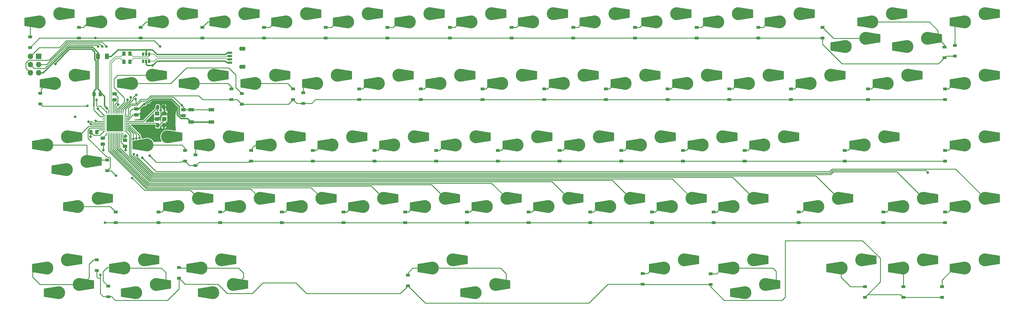
<source format=gbl>
G04 #@! TF.GenerationSoftware,KiCad,Pcbnew,(6.0.0-0)*
G04 #@! TF.CreationDate,2022-04-29T22:29:47-07:00*
G04 #@! TF.ProjectId,bakeneko-65-pcb,62616b65-6e65-46b6-9f2d-36352d706362,rev?*
G04 #@! TF.SameCoordinates,Original*
G04 #@! TF.FileFunction,Copper,L2,Bot*
G04 #@! TF.FilePolarity,Positive*
%FSLAX46Y46*%
G04 Gerber Fmt 4.6, Leading zero omitted, Abs format (unit mm)*
G04 Created by KiCad (PCBNEW (6.0.0-0)) date 2022-04-29 22:29:47*
%MOMM*%
%LPD*%
G01*
G04 APERTURE LIST*
G04 Aperture macros list*
%AMRoundRect*
0 Rectangle with rounded corners*
0 $1 Rounding radius*
0 $2 $3 $4 $5 $6 $7 $8 $9 X,Y pos of 4 corners*
0 Add a 4 corners polygon primitive as box body*
4,1,4,$2,$3,$4,$5,$6,$7,$8,$9,$2,$3,0*
0 Add four circle primitives for the rounded corners*
1,1,$1+$1,$2,$3*
1,1,$1+$1,$4,$5*
1,1,$1+$1,$6,$7*
1,1,$1+$1,$8,$9*
0 Add four rect primitives between the rounded corners*
20,1,$1+$1,$2,$3,$4,$5,0*
20,1,$1+$1,$4,$5,$6,$7,0*
20,1,$1+$1,$6,$7,$8,$9,0*
20,1,$1+$1,$8,$9,$2,$3,0*%
%AMFreePoly0*
4,1,35,3.289304,1.974475,3.304361,1.970871,3.306528,1.967340,3.310355,1.965755,3.316280,1.951452,3.324379,1.938256,3.323415,1.934227,3.325000,1.930400,3.325000,-1.930400,3.323415,-1.934227,3.324379,-1.938256,3.316280,-1.951452,3.310355,-1.965755,3.306528,-1.967340,3.304361,-1.970871,3.289304,-1.974475,3.275000,-1.980400,3.271173,-1.978815,3.267144,-1.979779,-1.203256,-1.268579,
-1.216452,-1.260480,-1.230755,-1.254555,-1.232340,-1.250728,-1.233526,-1.250000,-1.275000,-1.250000,-1.275000,1.250000,-1.233526,1.250000,-1.232340,1.250728,-1.230755,1.254555,-1.216452,1.260480,-1.203256,1.268579,3.267144,1.979779,3.271173,1.978815,3.275000,1.980400,3.289304,1.974475,3.289304,1.974475,$1*%
%AMFreePoly1*
4,1,35,-3.247373,1.978815,-3.243344,1.979779,1.227056,1.268579,1.240251,1.260480,1.254555,1.254555,1.256141,1.250727,1.257325,1.250000,1.275000,1.250000,1.275000,-1.250000,1.257325,-1.250000,1.256141,-1.250727,1.254555,-1.254555,1.240251,-1.260480,1.227056,-1.268579,-3.243344,-1.979779,-3.247373,-1.978815,-3.251200,-1.980400,-3.265504,-1.974475,-3.280561,-1.970871,-3.282728,-1.967340,
-3.286555,-1.965755,-3.292480,-1.951452,-3.300579,-1.938256,-3.299615,-1.934227,-3.301200,-1.930400,-3.301200,1.930400,-3.299615,1.934227,-3.300579,1.938256,-3.292480,1.951452,-3.286555,1.965755,-3.282728,1.967340,-3.280561,1.970871,-3.265504,1.974475,-3.251200,1.980400,-3.247373,1.978815,-3.247373,1.978815,$1*%
G04 Aperture macros list end*
G04 #@! TA.AperFunction,SMDPad,CuDef*
%ADD10RoundRect,0.250000X-0.375000X-0.625000X0.375000X-0.625000X0.375000X0.625000X-0.375000X0.625000X0*%
G04 #@! TD*
G04 #@! TA.AperFunction,SMDPad,CuDef*
%ADD11RoundRect,0.150000X-0.625000X0.150000X-0.625000X-0.150000X0.625000X-0.150000X0.625000X0.150000X0*%
G04 #@! TD*
G04 #@! TA.AperFunction,SMDPad,CuDef*
%ADD12RoundRect,0.250000X-0.650000X0.350000X-0.650000X-0.350000X0.650000X-0.350000X0.650000X0.350000X0*%
G04 #@! TD*
G04 #@! TA.AperFunction,ComponentPad*
%ADD13O,1.700000X1.700000*%
G04 #@! TD*
G04 #@! TA.AperFunction,ComponentPad*
%ADD14R,1.700000X1.700000*%
G04 #@! TD*
G04 #@! TA.AperFunction,SMDPad,CuDef*
%ADD15RoundRect,0.243750X-0.243750X-0.456250X0.243750X-0.456250X0.243750X0.456250X-0.243750X0.456250X0*%
G04 #@! TD*
G04 #@! TA.AperFunction,SMDPad,CuDef*
%ADD16R,1.700000X1.000000*%
G04 #@! TD*
G04 #@! TA.AperFunction,SMDPad,CuDef*
%ADD17RoundRect,0.243750X0.243750X0.456250X-0.243750X0.456250X-0.243750X-0.456250X0.243750X-0.456250X0*%
G04 #@! TD*
G04 #@! TA.AperFunction,SMDPad,CuDef*
%ADD18RoundRect,0.243750X0.456250X-0.243750X0.456250X0.243750X-0.456250X0.243750X-0.456250X-0.243750X0*%
G04 #@! TD*
G04 #@! TA.AperFunction,SMDPad,CuDef*
%ADD19RoundRect,0.062500X-0.062500X0.475000X-0.062500X-0.475000X0.062500X-0.475000X0.062500X0.475000X0*%
G04 #@! TD*
G04 #@! TA.AperFunction,SMDPad,CuDef*
%ADD20RoundRect,0.062500X-0.475000X0.062500X-0.475000X-0.062500X0.475000X-0.062500X0.475000X0.062500X0*%
G04 #@! TD*
G04 #@! TA.AperFunction,SMDPad,CuDef*
%ADD21R,5.200000X5.200000*%
G04 #@! TD*
G04 #@! TA.AperFunction,SMDPad,CuDef*
%ADD22R,1.400000X1.200000*%
G04 #@! TD*
G04 #@! TA.AperFunction,SMDPad,CuDef*
%ADD23RoundRect,0.243750X-0.456250X0.243750X-0.456250X-0.243750X0.456250X-0.243750X0.456250X0.243750X0*%
G04 #@! TD*
G04 #@! TA.AperFunction,SMDPad,CuDef*
%ADD24R,1.200000X0.900000*%
G04 #@! TD*
G04 #@! TA.AperFunction,ComponentPad*
%ADD25C,4.000000*%
G04 #@! TD*
G04 #@! TA.AperFunction,SMDPad,CuDef*
%ADD26FreePoly0,0.000000*%
G04 #@! TD*
G04 #@! TA.AperFunction,SMDPad,CuDef*
%ADD27FreePoly1,0.000000*%
G04 #@! TD*
G04 #@! TA.AperFunction,SMDPad,CuDef*
%ADD28FreePoly0,180.000000*%
G04 #@! TD*
G04 #@! TA.AperFunction,SMDPad,CuDef*
%ADD29FreePoly1,180.000000*%
G04 #@! TD*
G04 #@! TA.AperFunction,SMDPad,CuDef*
%ADD30R,0.650000X1.060000*%
G04 #@! TD*
G04 #@! TA.AperFunction,ViaPad*
%ADD31C,0.800000*%
G04 #@! TD*
G04 #@! TA.AperFunction,Conductor*
%ADD32C,0.381000*%
G04 #@! TD*
G04 #@! TA.AperFunction,Conductor*
%ADD33C,0.250000*%
G04 #@! TD*
G04 #@! TA.AperFunction,Conductor*
%ADD34C,0.200000*%
G04 #@! TD*
G04 APERTURE END LIST*
D10*
X23310000Y-17120000D03*
X26110000Y-17120000D03*
D11*
X64050000Y-16003750D03*
X64050000Y-17003750D03*
X64050000Y-18003750D03*
X64050000Y-19003750D03*
D12*
X67925000Y-20303750D03*
X67925000Y-14703750D03*
D13*
X2535000Y-22155000D03*
X5075000Y-22155000D03*
X2535000Y-19615000D03*
X5075000Y-19615000D03*
X2535000Y-17075000D03*
D14*
X5075000Y-17075000D03*
D15*
X31402500Y-18753750D03*
X33277500Y-18753750D03*
X31402500Y-16253750D03*
X33277500Y-16253750D03*
D16*
X58393750Y-37385000D03*
X52093750Y-37385000D03*
X58393750Y-33585000D03*
X52093750Y-33585000D03*
D17*
X43697500Y-32860000D03*
X41822500Y-32860000D03*
X24061250Y-28750000D03*
X22186250Y-28750000D03*
D18*
X31700000Y-44937500D03*
X31700000Y-43062500D03*
D19*
X26053750Y-34421250D03*
X26553750Y-34421250D03*
X27053750Y-34421250D03*
X27553750Y-34421250D03*
X28053750Y-34421250D03*
X28553750Y-34421250D03*
X29053750Y-34421250D03*
X29553750Y-34421250D03*
X30053750Y-34421250D03*
X30553750Y-34421250D03*
X31053750Y-34421250D03*
D20*
X31891250Y-35258750D03*
X31891250Y-35758750D03*
X31891250Y-36258750D03*
X31891250Y-36758750D03*
X31891250Y-37258750D03*
X31891250Y-37758750D03*
X31891250Y-38258750D03*
X31891250Y-38758750D03*
X31891250Y-39258750D03*
X31891250Y-39758750D03*
X31891250Y-40258750D03*
D19*
X31053750Y-41096250D03*
X30553750Y-41096250D03*
X30053750Y-41096250D03*
X29553750Y-41096250D03*
X29053750Y-41096250D03*
X28553750Y-41096250D03*
X28053750Y-41096250D03*
X27553750Y-41096250D03*
X27053750Y-41096250D03*
X26553750Y-41096250D03*
X26053750Y-41096250D03*
D20*
X25216250Y-40258750D03*
X25216250Y-39758750D03*
X25216250Y-39258750D03*
X25216250Y-38758750D03*
X25216250Y-38258750D03*
X25216250Y-37758750D03*
X25216250Y-37258750D03*
X25216250Y-36758750D03*
X25216250Y-36258750D03*
X25216250Y-35758750D03*
X25216250Y-35258750D03*
D21*
X28553750Y-37758750D03*
D22*
X43860000Y-36510000D03*
X41660000Y-36510000D03*
X41660000Y-34810000D03*
X43860000Y-34810000D03*
D23*
X35150000Y-33312500D03*
X35150000Y-35187500D03*
X49710000Y-33582500D03*
X49710000Y-35457500D03*
D24*
X2381250Y-14350000D03*
X2381250Y-11050000D03*
X17462500Y-11450000D03*
X17462500Y-8150000D03*
X36512500Y-11443750D03*
X36512500Y-8143750D03*
X55562500Y-11443750D03*
X55562500Y-8143750D03*
X74612500Y-11443750D03*
X74612500Y-8143750D03*
X93662500Y-11443750D03*
X93662500Y-8143750D03*
X112712500Y-11443750D03*
X112712500Y-8143750D03*
X132031250Y-11443750D03*
X132031250Y-8143750D03*
X151081250Y-11443750D03*
X151081250Y-8143750D03*
X170131250Y-11443750D03*
X170131250Y-8143750D03*
X189181250Y-11443750D03*
X189181250Y-8143750D03*
X208231250Y-11443750D03*
X208231250Y-8143750D03*
X247125000Y-11443750D03*
X247125000Y-8143750D03*
X284797500Y-17525000D03*
X284797500Y-14225000D03*
X287972500Y-17048750D03*
X287972500Y-13748750D03*
X5556250Y-31812500D03*
X5556250Y-28512500D03*
X67750000Y-31900000D03*
X67750000Y-28600000D03*
X64562500Y-30493750D03*
X64562500Y-27193750D03*
X83612500Y-30493750D03*
X83612500Y-27193750D03*
X86750000Y-31650000D03*
X86750000Y-28350000D03*
X103981250Y-30493750D03*
X103981250Y-27193750D03*
X123031250Y-30493750D03*
X123031250Y-27193750D03*
X142081250Y-30493750D03*
X142081250Y-27193750D03*
X161131250Y-30493750D03*
X161131250Y-27193750D03*
X180181250Y-30493750D03*
X180181250Y-27193750D03*
X199231250Y-30493750D03*
X199231250Y-27193750D03*
X218281250Y-30493750D03*
X218281250Y-27193750D03*
X237331250Y-30493750D03*
X237331250Y-27193750D03*
X261143750Y-30493750D03*
X261143750Y-27193750D03*
X284956250Y-30493750D03*
X284956250Y-27193750D03*
X26193750Y-52450000D03*
X26193750Y-49150000D03*
X50275000Y-49543750D03*
X50275000Y-46243750D03*
X53450000Y-50900000D03*
X53450000Y-47600000D03*
X70643750Y-49543750D03*
X70643750Y-46243750D03*
X108743750Y-49543750D03*
X108743750Y-46243750D03*
X127793750Y-49543750D03*
X127793750Y-46243750D03*
X146843750Y-49543750D03*
X146843750Y-46243750D03*
X165893750Y-49543750D03*
X165893750Y-46243750D03*
X184943750Y-49543750D03*
X184943750Y-46243750D03*
X203993750Y-49543750D03*
X203993750Y-46243750D03*
X223043750Y-49543750D03*
X223043750Y-46243750D03*
X254000000Y-49543750D03*
X254000000Y-46243750D03*
X284956250Y-49543750D03*
X284956250Y-46243750D03*
X28843750Y-68593750D03*
X28843750Y-65293750D03*
X42068750Y-68593750D03*
X42068750Y-65293750D03*
X61118750Y-68593750D03*
X61118750Y-65293750D03*
X80168750Y-68593750D03*
X80168750Y-65293750D03*
X99218750Y-68593750D03*
X99218750Y-65293750D03*
X118268750Y-68593750D03*
X118268750Y-65293750D03*
X137318750Y-68593750D03*
X137318750Y-65293750D03*
X156368750Y-68593750D03*
X156368750Y-65293750D03*
X175418750Y-68593750D03*
X175418750Y-65293750D03*
X194468750Y-68593750D03*
X194468750Y-65293750D03*
X213518750Y-68593750D03*
X213518750Y-65293750D03*
X239712500Y-68593750D03*
X239712500Y-65293750D03*
X265906250Y-68593750D03*
X265906250Y-65293750D03*
X284956250Y-68593750D03*
X284956250Y-65293750D03*
X23018750Y-83406250D03*
X23018750Y-80106250D03*
X26540000Y-91530000D03*
X26540000Y-88230000D03*
X48418750Y-85787500D03*
X48418750Y-82487500D03*
X119062500Y-88168750D03*
X119062500Y-84868750D03*
X212566250Y-87692500D03*
X212566250Y-84392500D03*
X260191250Y-91661250D03*
X260191250Y-88361250D03*
X272097500Y-91661250D03*
X272097500Y-88361250D03*
X284003750Y-91661250D03*
X284003750Y-88361250D03*
D25*
X5190000Y-6460000D03*
D26*
X1915000Y-6460000D03*
D25*
X11540000Y-3920000D03*
D27*
X14841000Y-3920000D03*
D25*
X24240000Y-6460000D03*
D26*
X20965000Y-6460000D03*
D27*
X33891000Y-3920000D03*
D25*
X30590000Y-3920000D03*
X43290000Y-6460000D03*
D26*
X40015000Y-6460000D03*
D25*
X49640000Y-3920000D03*
D27*
X52941000Y-3920000D03*
D25*
X62340000Y-6460000D03*
D26*
X59065000Y-6460000D03*
D25*
X68690000Y-3920000D03*
D27*
X71991000Y-3920000D03*
D26*
X78115000Y-6460000D03*
D25*
X81390000Y-6460000D03*
D27*
X91041000Y-3920000D03*
D25*
X87740000Y-3920000D03*
D26*
X97165000Y-6460000D03*
D25*
X100440000Y-6460000D03*
X106790000Y-3920000D03*
D27*
X110091000Y-3920000D03*
D25*
X119490000Y-6460000D03*
D26*
X116215000Y-6460000D03*
D25*
X125840000Y-3920000D03*
D27*
X129141000Y-3920000D03*
D26*
X154315000Y-6460000D03*
D25*
X157590000Y-6460000D03*
D27*
X167241000Y-3920000D03*
D25*
X163940000Y-3920000D03*
X176640000Y-6460000D03*
D26*
X173365000Y-6460000D03*
D25*
X182990000Y-3920000D03*
D27*
X186291000Y-3920000D03*
D26*
X192415000Y-6460000D03*
D25*
X195690000Y-6460000D03*
X202040000Y-3920000D03*
D27*
X205341000Y-3920000D03*
D26*
X211465000Y-6460000D03*
D25*
X214740000Y-6460000D03*
D27*
X224391000Y-3920000D03*
D25*
X221090000Y-3920000D03*
D26*
X230515000Y-6460000D03*
D25*
X233790000Y-6460000D03*
X240140000Y-3920000D03*
D27*
X243441000Y-3920000D03*
D25*
X260460000Y-11540000D03*
D28*
X263735000Y-11540000D03*
D29*
X250809000Y-14080000D03*
D25*
X254110000Y-14080000D03*
X262365000Y-6460000D03*
D26*
X259090000Y-6460000D03*
D25*
X268715000Y-3920000D03*
D27*
X272016000Y-3920000D03*
D25*
X9952500Y-25510000D03*
D26*
X6677500Y-25510000D03*
D27*
X19603500Y-22970000D03*
D25*
X16302500Y-22970000D03*
X33765000Y-25510000D03*
D26*
X30490000Y-25510000D03*
D25*
X40115000Y-22970000D03*
D27*
X43416000Y-22970000D03*
D26*
X49540000Y-25510000D03*
D25*
X52815000Y-25510000D03*
D27*
X62466000Y-22970000D03*
D25*
X59165000Y-22970000D03*
D26*
X68590000Y-25510000D03*
D25*
X71865000Y-25510000D03*
X78215000Y-22970000D03*
D27*
X81516000Y-22970000D03*
D25*
X90915000Y-25510000D03*
D26*
X87640000Y-25510000D03*
D27*
X100566000Y-22970000D03*
D25*
X97265000Y-22970000D03*
X109965000Y-25510000D03*
D26*
X106690000Y-25510000D03*
D27*
X119616000Y-22970000D03*
D25*
X116315000Y-22970000D03*
X129015000Y-25510000D03*
D26*
X125740000Y-25510000D03*
D25*
X135365000Y-22970000D03*
D27*
X138666000Y-22970000D03*
D26*
X144790000Y-25510000D03*
D25*
X148065000Y-25510000D03*
X154415000Y-22970000D03*
D27*
X157716000Y-22970000D03*
D25*
X167115000Y-25510000D03*
D26*
X163840000Y-25510000D03*
D27*
X176766000Y-22970000D03*
D25*
X173465000Y-22970000D03*
D26*
X182890000Y-25510000D03*
D25*
X186165000Y-25510000D03*
X192515000Y-22970000D03*
D27*
X195816000Y-22970000D03*
D26*
X201940000Y-25510000D03*
D25*
X205215000Y-25510000D03*
D27*
X214866000Y-22970000D03*
D25*
X211565000Y-22970000D03*
D26*
X220990000Y-25510000D03*
D25*
X224265000Y-25510000D03*
D27*
X233916000Y-22970000D03*
D25*
X230615000Y-22970000D03*
X243315000Y-25510000D03*
D26*
X240040000Y-25510000D03*
D25*
X249665000Y-22970000D03*
D27*
X252966000Y-22970000D03*
D25*
X267127500Y-25510000D03*
D26*
X263852500Y-25510000D03*
D27*
X276778500Y-22970000D03*
D25*
X273477500Y-22970000D03*
D26*
X287665000Y-25510000D03*
D25*
X290940000Y-25510000D03*
D27*
X300591000Y-22970000D03*
D25*
X297290000Y-22970000D03*
D26*
X4296250Y-44560000D03*
D25*
X7571250Y-44560000D03*
D27*
X17222250Y-42020000D03*
D25*
X13921250Y-42020000D03*
X19953750Y-49640000D03*
D28*
X23228750Y-49640000D03*
D25*
X13603750Y-52180000D03*
D29*
X10302750Y-52180000D03*
D26*
X35252500Y-44560000D03*
D25*
X38527500Y-44560000D03*
D27*
X48178500Y-42020000D03*
D25*
X44877500Y-42020000D03*
X57577500Y-44560000D03*
D26*
X54302500Y-44560000D03*
D27*
X67228500Y-42020000D03*
D25*
X63927500Y-42020000D03*
D26*
X73352500Y-44560000D03*
D25*
X76627500Y-44560000D03*
X82977500Y-42020000D03*
D27*
X86278500Y-42020000D03*
D25*
X95677500Y-44560000D03*
D26*
X92402500Y-44560000D03*
D27*
X105328500Y-42020000D03*
D25*
X102027500Y-42020000D03*
X114727500Y-44560000D03*
D26*
X111452500Y-44560000D03*
D25*
X121077500Y-42020000D03*
D27*
X124378500Y-42020000D03*
D26*
X130502500Y-44560000D03*
D25*
X133777500Y-44560000D03*
D27*
X143428500Y-42020000D03*
D25*
X140127500Y-42020000D03*
X152827500Y-44560000D03*
D26*
X149552500Y-44560000D03*
D27*
X162478500Y-42020000D03*
D25*
X159177500Y-42020000D03*
X171877500Y-44560000D03*
D26*
X168602500Y-44560000D03*
D27*
X181528500Y-42020000D03*
D25*
X178227500Y-42020000D03*
D26*
X187652500Y-44560000D03*
D25*
X190927500Y-44560000D03*
X197277500Y-42020000D03*
D27*
X200578500Y-42020000D03*
D25*
X209977500Y-44560000D03*
D26*
X206702500Y-44560000D03*
D27*
X219628500Y-42020000D03*
D25*
X216327500Y-42020000D03*
X229027500Y-44560000D03*
D26*
X225752500Y-44560000D03*
D25*
X235377500Y-42020000D03*
D27*
X238678500Y-42020000D03*
D26*
X256708750Y-44560000D03*
D25*
X259983750Y-44560000D03*
D27*
X269634750Y-42020000D03*
D25*
X266333750Y-42020000D03*
X290940000Y-44560000D03*
D26*
X287665000Y-44560000D03*
D27*
X300591000Y-42020000D03*
D25*
X297290000Y-42020000D03*
D26*
X13821250Y-63610000D03*
D25*
X17096250Y-63610000D03*
D27*
X26747250Y-61070000D03*
D25*
X23446250Y-61070000D03*
D26*
X44777500Y-63610000D03*
D25*
X48052500Y-63610000D03*
X54402500Y-61070000D03*
D27*
X57703500Y-61070000D03*
D25*
X67102500Y-63610000D03*
D26*
X63827500Y-63610000D03*
D27*
X76753500Y-61070000D03*
D25*
X73452500Y-61070000D03*
X86152500Y-63610000D03*
D26*
X82877500Y-63610000D03*
D27*
X95803500Y-61070000D03*
D25*
X92502500Y-61070000D03*
D26*
X101927500Y-63610000D03*
D25*
X105202500Y-63610000D03*
X111552500Y-61070000D03*
D27*
X114853500Y-61070000D03*
D26*
X120977500Y-63610000D03*
D25*
X124252500Y-63610000D03*
X130602500Y-61070000D03*
D27*
X133903500Y-61070000D03*
D25*
X143302500Y-63610000D03*
D26*
X140027500Y-63610000D03*
D25*
X149652500Y-61070000D03*
D27*
X152953500Y-61070000D03*
D25*
X162352500Y-63610000D03*
D26*
X159077500Y-63610000D03*
D25*
X168702500Y-61070000D03*
D27*
X172003500Y-61070000D03*
D25*
X181402500Y-63610000D03*
D26*
X178127500Y-63610000D03*
D27*
X191053500Y-61070000D03*
D25*
X187752500Y-61070000D03*
X200452500Y-63610000D03*
D26*
X197177500Y-63610000D03*
D27*
X210103500Y-61070000D03*
D25*
X206802500Y-61070000D03*
D26*
X216227500Y-63610000D03*
D25*
X219502500Y-63610000D03*
X225852500Y-61070000D03*
D27*
X229153500Y-61070000D03*
D26*
X242421250Y-63610000D03*
D25*
X245696250Y-63610000D03*
X252046250Y-61070000D03*
D27*
X255347250Y-61070000D03*
D25*
X271890000Y-63610000D03*
D26*
X268615000Y-63610000D03*
D27*
X281541000Y-61070000D03*
D25*
X278240000Y-61070000D03*
X290940000Y-63610000D03*
D26*
X287665000Y-63610000D03*
D25*
X297290000Y-61070000D03*
D27*
X300591000Y-61070000D03*
D28*
X20847500Y-87740000D03*
D25*
X17572500Y-87740000D03*
D29*
X7921500Y-90280000D03*
D25*
X11222500Y-90280000D03*
D28*
X44660000Y-87740000D03*
D25*
X41385000Y-87740000D03*
X35035000Y-90280000D03*
D29*
X31734000Y-90280000D03*
D25*
X65197500Y-87740000D03*
D28*
X68472500Y-87740000D03*
D25*
X58847500Y-90280000D03*
D29*
X55546500Y-90280000D03*
D25*
X198071250Y-82660000D03*
D26*
X194796250Y-82660000D03*
D27*
X207722250Y-80120000D03*
D25*
X204421250Y-80120000D03*
D26*
X216227500Y-82660000D03*
D25*
X219502500Y-82660000D03*
D27*
X229153500Y-80120000D03*
D25*
X225852500Y-80120000D03*
D26*
X249565000Y-82660000D03*
D25*
X252840000Y-82660000D03*
D27*
X262491000Y-80120000D03*
D25*
X259190000Y-80120000D03*
D26*
X268615000Y-82660000D03*
D25*
X271890000Y-82660000D03*
X278240000Y-80120000D03*
D27*
X281541000Y-80120000D03*
D26*
X287665000Y-82660000D03*
D25*
X290940000Y-82660000D03*
X297290000Y-80120000D03*
D27*
X300591000Y-80120000D03*
D28*
X232778750Y-87740000D03*
D25*
X229503750Y-87740000D03*
X223153750Y-90280000D03*
D29*
X219852750Y-90280000D03*
D25*
X146160000Y-87740000D03*
D28*
X149435000Y-87740000D03*
D25*
X139810000Y-90280000D03*
D29*
X136509000Y-90280000D03*
D25*
X138540000Y-6460000D03*
D26*
X135265000Y-6460000D03*
D25*
X144890000Y-3920000D03*
D27*
X148191000Y-3920000D03*
D24*
X227281250Y-11443750D03*
X227281250Y-8143750D03*
D23*
X28500000Y-28662500D03*
X28500000Y-30537500D03*
D17*
X43697500Y-38460000D03*
X41822500Y-38460000D03*
D18*
X24850000Y-44287500D03*
X24850000Y-42412500D03*
D24*
X89693750Y-49543750D03*
X89693750Y-46243750D03*
X191562500Y-87643750D03*
X191562500Y-84343750D03*
D15*
X21112500Y-40550000D03*
X22987500Y-40550000D03*
D25*
X290940000Y-6460000D03*
D26*
X287665000Y-6460000D03*
D27*
X300591000Y-3920000D03*
D25*
X297290000Y-3920000D03*
X279510000Y-11540000D03*
D28*
X282785000Y-11540000D03*
D25*
X273160000Y-14080000D03*
D29*
X269859000Y-14080000D03*
D26*
X4296250Y-82660000D03*
D25*
X7571250Y-82660000D03*
X13921250Y-80120000D03*
D27*
X17222250Y-80120000D03*
D26*
X28108750Y-82660000D03*
D25*
X31383750Y-82660000D03*
D27*
X41034750Y-80120000D03*
D25*
X37733750Y-80120000D03*
X55196250Y-82660000D03*
D26*
X51921250Y-82660000D03*
D25*
X61546250Y-80120000D03*
D27*
X64847250Y-80120000D03*
D25*
X126633750Y-82660000D03*
D26*
X123358750Y-82660000D03*
D27*
X136284750Y-80120000D03*
D25*
X132983750Y-80120000D03*
D30*
X39173750Y-18603750D03*
X38223750Y-18603750D03*
X37273750Y-18603750D03*
X37273750Y-16403750D03*
X38223750Y-16403750D03*
X39173750Y-16403750D03*
D31*
X40277500Y-19880000D03*
X10251485Y-19431484D03*
X40375844Y-31079905D03*
X25050000Y-46150000D03*
X31750000Y-41800000D03*
X22603750Y-11443750D03*
X22893750Y-30565000D03*
X34900000Y-30310000D03*
X20100000Y-32460000D03*
X28943750Y-53970000D03*
X39300000Y-47800000D03*
X25550000Y-68550000D03*
X20428615Y-37288615D03*
X24087500Y-84737500D03*
X21153115Y-38034250D03*
X49249145Y-32284605D03*
X42553750Y-14020002D03*
X33475734Y-29774500D03*
X24710000Y-14020002D03*
X32450000Y-30550000D03*
X23460000Y-14020002D03*
X25960000Y-14020002D03*
X35200000Y-29050000D03*
X16302500Y-35811250D03*
X33944842Y-54755158D03*
X22650000Y-37034250D03*
X34224020Y-42656576D03*
X34405171Y-47444829D03*
X35206034Y-42470422D03*
X35480103Y-47701331D03*
X279650000Y-53050000D03*
X36239800Y-42335884D03*
X37050000Y-48500000D03*
X21050000Y-41950000D03*
X23350000Y-33250000D03*
X26050000Y-33100000D03*
X37720180Y-31870180D03*
X31844453Y-46155547D03*
X29561413Y-32011413D03*
D32*
X40375844Y-31079905D02*
X40645939Y-31350000D01*
D33*
X33652310Y-35861027D02*
X33652310Y-35747690D01*
D32*
X41900000Y-36510000D02*
X41660000Y-36510000D01*
X38795558Y-32660191D02*
X37454899Y-32660191D01*
X63175000Y-19003750D02*
X64050000Y-19003750D01*
X40277500Y-19880000D02*
X41638240Y-18519260D01*
X44590000Y-34810000D02*
X43860000Y-34810000D01*
D33*
X32754587Y-36758750D02*
X33652310Y-35861027D01*
D32*
X45862909Y-30844581D02*
X47828990Y-32810662D01*
X43860000Y-34810000D02*
X43600000Y-34810000D01*
X47828990Y-32810662D02*
X47828990Y-35197470D01*
X48966540Y-36335020D02*
X51043770Y-36335020D01*
X43697500Y-38460000D02*
X43990022Y-38460000D01*
D33*
X24125402Y-35758750D02*
X22064240Y-33697588D01*
D32*
X22186250Y-27732740D02*
X22186250Y-28750000D01*
X40375844Y-31079905D02*
X40611168Y-30844581D01*
D33*
X31053750Y-42416250D02*
X31700000Y-43062500D01*
D32*
X38223750Y-18603750D02*
X38223750Y-19500000D01*
X44950011Y-37500011D02*
X44950011Y-35170011D01*
D33*
X25216250Y-35758750D02*
X24125402Y-35758750D01*
D32*
X43600000Y-34810000D02*
X41900000Y-36510000D01*
X40611168Y-30844581D02*
X45862909Y-30844581D01*
X47828990Y-35197470D02*
X48966540Y-36335020D01*
X58393750Y-37385000D02*
X52093750Y-37385000D01*
X21378750Y-14830000D02*
X22294490Y-15745740D01*
D33*
X35812500Y-35187500D02*
X36651250Y-34348750D01*
D32*
X10260000Y-19126705D02*
X14556705Y-14830000D01*
X40645939Y-31350000D02*
X42187500Y-31350000D01*
X43860000Y-33022500D02*
X43697500Y-32860000D01*
X22728990Y-18385510D02*
X22728990Y-27190000D01*
X37454899Y-32660191D02*
X36651250Y-33463840D01*
X22728990Y-27190000D02*
X22186250Y-27732740D01*
X10251485Y-19431484D02*
X10260000Y-19422969D01*
D33*
X31053750Y-41096250D02*
X31053750Y-42416250D01*
D32*
X22294490Y-15745740D02*
X22294490Y-18010310D01*
X44950011Y-35170011D02*
X44590000Y-34810000D01*
D33*
X25050000Y-44487500D02*
X25050000Y-46150000D01*
D32*
X14556705Y-14830000D02*
X21378750Y-14830000D01*
D33*
X31750000Y-41800000D02*
X31750000Y-42726250D01*
X22064240Y-33697588D02*
X22064240Y-32264240D01*
X35150000Y-35187500D02*
X35812500Y-35187500D01*
D32*
X22064240Y-28872010D02*
X22064240Y-32459707D01*
D33*
X31750000Y-42726250D02*
X32060000Y-43036250D01*
D32*
X22294490Y-18010310D02*
X22669690Y-18385510D01*
X41638240Y-18519260D02*
X62690510Y-18519260D01*
X36651250Y-33463840D02*
X36651250Y-34348750D01*
X43860000Y-34810000D02*
X43860000Y-33022500D01*
D33*
X23778750Y-39758750D02*
X22987500Y-40550000D01*
D32*
X62690510Y-18519260D02*
X63175000Y-19003750D01*
X22186250Y-28750000D02*
X22186250Y-27722740D01*
D33*
X28053750Y-30983750D02*
X28053750Y-34421250D01*
X25216250Y-39758750D02*
X23778750Y-39758750D01*
D32*
X43990022Y-38460000D02*
X44950011Y-37500011D01*
X22186250Y-28750000D02*
X22064240Y-28872010D01*
D33*
X28500000Y-30537500D02*
X28053750Y-30983750D01*
X24850000Y-44287500D02*
X25050000Y-44487500D01*
X31891250Y-36758750D02*
X32754587Y-36758750D01*
D32*
X38603750Y-19880000D02*
X40277500Y-19880000D01*
D33*
X34212500Y-35187500D02*
X35150000Y-35187500D01*
D32*
X38223750Y-19500000D02*
X38603750Y-19880000D01*
X42187500Y-31350000D02*
X43697500Y-32860000D01*
X22669690Y-18385510D02*
X22728990Y-18385510D01*
X40375844Y-31079905D02*
X38795558Y-32660191D01*
X51043770Y-36335020D02*
X52093750Y-37385000D01*
D33*
X33652310Y-35747690D02*
X34212500Y-35187500D01*
X28053750Y-30983750D02*
X28053750Y-32183750D01*
D32*
X10260000Y-19422969D02*
X10260000Y-19126705D01*
D33*
X41660000Y-33022500D02*
X41822500Y-32860000D01*
X41822500Y-32860000D02*
X37423750Y-37258750D01*
X37423750Y-37258750D02*
X31891250Y-37258750D01*
X41660000Y-34810000D02*
X41660000Y-33022500D01*
X42193845Y-38460000D02*
X43860000Y-36793845D01*
X43860000Y-36793845D02*
X43860000Y-36510000D01*
X31891250Y-37758750D02*
X41121250Y-37758750D01*
X41822500Y-38460000D02*
X42193845Y-38460000D01*
X41121250Y-37758750D02*
X41822500Y-38460000D01*
X2381250Y-11050000D02*
X2381250Y-6926250D01*
X2381250Y-6926250D02*
X1915000Y-6460000D01*
X23125489Y-32525489D02*
X22893750Y-32293750D01*
X285273750Y-17048750D02*
X282948589Y-19373911D01*
X253118969Y-19373911D02*
X247125000Y-13379942D01*
X23046250Y-11443750D02*
X21466250Y-11443750D01*
X26053750Y-34421250D02*
X24157989Y-32525489D01*
X247125000Y-13379942D02*
X247125000Y-11443750D01*
X282948589Y-19373911D02*
X253118969Y-19373911D01*
X287972500Y-17048750D02*
X285273750Y-17048750D01*
X24157989Y-32525489D02*
X23125489Y-32525489D01*
X20271250Y-11443750D02*
X23046250Y-11443750D01*
X247125000Y-11443750D02*
X5287500Y-11443750D01*
X5287500Y-11443750D02*
X2381250Y-14350000D01*
X21466250Y-11443750D02*
X16937500Y-11443750D01*
X22893750Y-32293750D02*
X22893750Y-30565000D01*
X18885000Y-8150000D02*
X17462500Y-8150000D01*
X20575000Y-6460000D02*
X18885000Y-8150000D01*
X24240000Y-6460000D02*
X21096250Y-6460000D01*
X20965000Y-6460000D02*
X20575000Y-6460000D01*
X43290000Y-6460000D02*
X38196250Y-6460000D01*
X38196250Y-6460000D02*
X36512500Y-8143750D01*
X55562500Y-8143750D02*
X57246250Y-6460000D01*
X57246250Y-6460000D02*
X62340000Y-6460000D01*
X76431250Y-8143750D02*
X74612500Y-8143750D01*
X78115000Y-6460000D02*
X76431250Y-8143750D01*
X75675000Y-8143750D02*
X74612500Y-8143750D01*
X95481250Y-8143750D02*
X93662500Y-8143750D01*
X94725000Y-8143750D02*
X93662500Y-8143750D01*
X97165000Y-6460000D02*
X95481250Y-8143750D01*
X114531250Y-8143750D02*
X112712500Y-8143750D01*
X116215000Y-6460000D02*
X114531250Y-8143750D01*
X113775000Y-8143750D02*
X112712500Y-8143750D01*
X132031250Y-8143750D02*
X132825000Y-8143750D01*
X133581250Y-8143750D02*
X135265000Y-6460000D01*
X132031250Y-8143750D02*
X133581250Y-8143750D01*
X151081250Y-8143750D02*
X151875000Y-8143750D01*
X151081250Y-8143750D02*
X152631250Y-8143750D01*
X152631250Y-8143750D02*
X154315000Y-6460000D01*
X171681250Y-8143750D02*
X173365000Y-6460000D01*
X170131250Y-8143750D02*
X171681250Y-8143750D01*
X170131250Y-8143750D02*
X170925000Y-8143750D01*
X189181250Y-8143750D02*
X190293750Y-8143750D01*
X190293750Y-8143750D02*
X190731250Y-8143750D01*
X190731250Y-8143750D02*
X192415000Y-6460000D01*
X189975000Y-8143750D02*
X190293750Y-8143750D01*
X209343750Y-8143750D02*
X209781250Y-8143750D01*
X209025000Y-8143750D02*
X209343750Y-8143750D01*
X209781250Y-8143750D02*
X211465000Y-6460000D01*
X208231250Y-8143750D02*
X209343750Y-8143750D01*
X227281250Y-8143750D02*
X228806250Y-8143750D01*
X228806250Y-8143750D02*
X228831250Y-8143750D01*
X228831250Y-8143750D02*
X230515000Y-6460000D01*
X228075000Y-8143750D02*
X228806250Y-8143750D01*
X260460000Y-11540000D02*
X250521250Y-11540000D01*
X250521250Y-11540000D02*
X247125000Y-8143750D01*
X282785000Y-11540000D02*
X282785000Y-9127537D01*
X284797500Y-13552500D02*
X282785000Y-11540000D01*
X282785000Y-9127537D02*
X280117463Y-6460000D01*
X284797500Y-13748750D02*
X284797500Y-13552500D01*
X280117463Y-6460000D02*
X259090000Y-6460000D01*
X287972500Y-6767500D02*
X287665000Y-6460000D01*
X287972500Y-13748750D02*
X287972500Y-6767500D01*
X7602500Y-25510000D02*
X5825000Y-27287500D01*
X9952500Y-25510000D02*
X7602500Y-25510000D01*
X5825000Y-27287500D02*
X5825000Y-27987500D01*
X6243750Y-32500000D02*
X5556250Y-31812500D01*
X142350000Y-30493750D02*
X104250000Y-30493750D01*
X20100000Y-32460000D02*
X20060000Y-32500000D01*
X34900000Y-30310000D02*
X35082500Y-30492500D01*
X31891250Y-33444468D02*
X31891250Y-35258750D01*
X90506250Y-30493750D02*
X89350000Y-31650000D01*
X54525067Y-29299521D02*
X55719296Y-30493750D01*
X104250000Y-30493750D02*
X90506250Y-30493750D01*
X64562500Y-30493750D02*
X66343750Y-30493750D01*
X35082500Y-31800000D02*
X33535718Y-31800000D01*
X35082500Y-31800000D02*
X35180000Y-31800000D01*
X20060000Y-32500000D02*
X6243750Y-32500000D01*
X38556033Y-30418421D02*
X39674933Y-29299521D01*
X36561579Y-30418421D02*
X38556033Y-30418421D01*
X285225000Y-30493750D02*
X142350000Y-30493750D01*
X67750000Y-31900000D02*
X82206250Y-31900000D01*
X35082500Y-30492500D02*
X35082500Y-31800000D01*
X86750000Y-31650000D02*
X84768750Y-31650000D01*
X84768750Y-31650000D02*
X83612500Y-30493750D01*
X89350000Y-31650000D02*
X86750000Y-31650000D01*
X55719296Y-30493750D02*
X64562500Y-30493750D01*
X39674933Y-29299521D02*
X54525067Y-29299521D01*
X35180000Y-31800000D02*
X36561579Y-30418421D01*
X33535718Y-31800000D02*
X31891250Y-33444468D01*
X82206250Y-31900000D02*
X83612500Y-30493750D01*
X66343750Y-30493750D02*
X67750000Y-31900000D01*
X67750000Y-28600000D02*
X67493750Y-28600000D01*
X65881250Y-26731250D02*
X67750000Y-28600000D01*
X45844904Y-25510000D02*
X50709415Y-20645489D01*
X33765000Y-25510000D02*
X45844904Y-25510000D01*
X65881250Y-22813154D02*
X65881250Y-26731250D01*
X50709415Y-20645489D02*
X63713585Y-20645489D01*
X63713585Y-20645489D02*
X65881250Y-22813154D01*
X53578750Y-23805000D02*
X52078750Y-23805000D01*
X52815000Y-25510000D02*
X63578750Y-25510000D01*
X64562500Y-26493750D02*
X64562500Y-27193750D01*
X63578750Y-25510000D02*
X64562500Y-26493750D01*
X81928750Y-25510000D02*
X71865000Y-25510000D01*
X83612500Y-27193750D02*
X81928750Y-25510000D01*
X86750000Y-26400000D02*
X87640000Y-25510000D01*
X86750000Y-28350000D02*
X86750000Y-26400000D01*
X105006250Y-27193750D02*
X104250000Y-27193750D01*
X106690000Y-25510000D02*
X105006250Y-27193750D01*
X124056250Y-27193750D02*
X125740000Y-25510000D01*
X123300000Y-27193750D02*
X124056250Y-27193750D01*
X144790000Y-25510000D02*
X143106250Y-27193750D01*
X143106250Y-27193750D02*
X142350000Y-27193750D01*
X161400000Y-27193750D02*
X162156250Y-27193750D01*
X162156250Y-27193750D02*
X163840000Y-25510000D01*
X182890000Y-25510000D02*
X181206250Y-27193750D01*
X181206250Y-27193750D02*
X180450000Y-27193750D01*
X200256250Y-27193750D02*
X199500000Y-27193750D01*
X201940000Y-25510000D02*
X200256250Y-27193750D01*
X219306250Y-27193750D02*
X218550000Y-27193750D01*
X220990000Y-25510000D02*
X219306250Y-27193750D01*
X240040000Y-25510000D02*
X238356250Y-27193750D01*
X238356250Y-27193750D02*
X237600000Y-27193750D01*
X262168750Y-27193750D02*
X263852500Y-25510000D01*
X261412500Y-27193750D02*
X262168750Y-27193750D01*
X287665000Y-25510000D02*
X285981250Y-27193750D01*
X285981250Y-27193750D02*
X285225000Y-27193750D01*
X19793750Y-44560000D02*
X7571250Y-44560000D01*
X19953750Y-44720000D02*
X19793750Y-44560000D01*
X26193750Y-49150000D02*
X23718750Y-49150000D01*
X19953750Y-49640000D02*
X19953750Y-44720000D01*
X23718750Y-49150000D02*
X23228750Y-49640000D01*
X70062500Y-49543750D02*
X69737509Y-49868741D01*
X51631250Y-50900000D02*
X50275000Y-49543750D01*
X27118261Y-48440391D02*
X27118261Y-51525489D01*
X69737509Y-49868741D02*
X54624991Y-49868741D01*
X27423750Y-52450000D02*
X26193750Y-52450000D01*
X39300000Y-47800000D02*
X41368741Y-49868741D01*
X25216250Y-39258750D02*
X20893022Y-39258750D01*
X70912500Y-49543750D02*
X70062500Y-49543750D01*
X41368741Y-49868741D02*
X49100009Y-49868741D01*
X26193750Y-48375489D02*
X27053359Y-48375489D01*
X49100009Y-49868741D02*
X49425000Y-49543750D01*
X20893022Y-39258750D02*
X20300480Y-39851292D01*
X49425000Y-49543750D02*
X50275000Y-49543750D01*
X53450000Y-50900000D02*
X51631250Y-50900000D01*
X20300480Y-39851292D02*
X20300480Y-42482219D01*
X28943750Y-53970000D02*
X27423750Y-52450000D01*
X53593732Y-50900000D02*
X54624991Y-49868741D01*
X285225000Y-49543750D02*
X70912500Y-49543750D01*
X53450000Y-50900000D02*
X53593732Y-50900000D01*
X27053359Y-48375489D02*
X27118261Y-48440391D01*
X70912500Y-49543750D02*
X71762500Y-49543750D01*
X20300480Y-42482219D02*
X26193750Y-48375489D01*
X27118261Y-51525489D02*
X26193750Y-52450000D01*
X38527500Y-44560000D02*
X49291250Y-44560000D01*
X50275000Y-45543750D02*
X50275000Y-46243750D01*
X49291250Y-44560000D02*
X50275000Y-45543750D01*
X53450000Y-47600000D02*
X53450000Y-46243750D01*
X53450000Y-47600000D02*
X53450000Y-45543750D01*
X53450000Y-45543750D02*
X54433750Y-44560000D01*
X54433750Y-44560000D02*
X57577500Y-44560000D01*
X70912500Y-45543750D02*
X70912500Y-46243750D01*
X71896250Y-44560000D02*
X70912500Y-45543750D01*
X89962500Y-46243750D02*
X90718750Y-46243750D01*
X90718750Y-46243750D02*
X92402500Y-44560000D01*
X109768750Y-46243750D02*
X111452500Y-44560000D01*
X109012500Y-46243750D02*
X109768750Y-46243750D01*
X128818750Y-46243750D02*
X130502500Y-44560000D01*
X128062500Y-46243750D02*
X128818750Y-46243750D01*
X147112500Y-46243750D02*
X147868750Y-46243750D01*
X147868750Y-46243750D02*
X149552500Y-44560000D01*
X166918750Y-46243750D02*
X166162500Y-46243750D01*
X168602500Y-44560000D02*
X166918750Y-46243750D01*
X185968750Y-46243750D02*
X185212500Y-46243750D01*
X187652500Y-44560000D02*
X185968750Y-46243750D01*
X205018750Y-46243750D02*
X204262500Y-46243750D01*
X206702500Y-44560000D02*
X205018750Y-46243750D01*
X225752500Y-44560000D02*
X224068750Y-46243750D01*
X224068750Y-46243750D02*
X223312500Y-46243750D01*
X254268750Y-46243750D02*
X255025000Y-46243750D01*
X255025000Y-46243750D02*
X256708750Y-44560000D01*
X285981250Y-46243750D02*
X287665000Y-44560000D01*
X285225000Y-46243750D02*
X285981250Y-46243750D01*
X27160000Y-63610000D02*
X17096250Y-63610000D01*
X28843750Y-65293750D02*
X27160000Y-63610000D01*
X42337500Y-65293750D02*
X43093750Y-65293750D01*
X43093750Y-65293750D02*
X44777500Y-63610000D01*
X285225000Y-68593750D02*
X28843750Y-68593750D01*
X25593750Y-68593750D02*
X28843750Y-68593750D01*
X25550000Y-68550000D02*
X25593750Y-68593750D01*
X21479757Y-37288615D02*
X20428615Y-37288615D01*
X21949892Y-37758750D02*
X21479757Y-37288615D01*
X25216250Y-37758750D02*
X21949892Y-37758750D01*
X61387500Y-65293750D02*
X62143750Y-65293750D01*
X62143750Y-65293750D02*
X63827500Y-63610000D01*
X81193750Y-65293750D02*
X82877500Y-63610000D01*
X80437500Y-65293750D02*
X81193750Y-65293750D01*
X99487500Y-65293750D02*
X100243750Y-65293750D01*
X100243750Y-65293750D02*
X101927500Y-63610000D01*
X119293750Y-65293750D02*
X120977500Y-63610000D01*
X118537500Y-65293750D02*
X119293750Y-65293750D01*
X138343750Y-65293750D02*
X140027500Y-63610000D01*
X137587500Y-65293750D02*
X138343750Y-65293750D01*
X157393750Y-65293750D02*
X159077500Y-63610000D01*
X156637500Y-65293750D02*
X157393750Y-65293750D01*
X175687500Y-65293750D02*
X176443750Y-65293750D01*
X176443750Y-65293750D02*
X178127500Y-63610000D01*
X194737500Y-65293750D02*
X195493750Y-65293750D01*
X195493750Y-65293750D02*
X197177500Y-63610000D01*
X213787500Y-65293750D02*
X214543750Y-65293750D01*
X214543750Y-65293750D02*
X216227500Y-63610000D01*
X239981250Y-65293750D02*
X240737500Y-65293750D01*
X240737500Y-65293750D02*
X242421250Y-63610000D01*
X266175000Y-65293750D02*
X266931250Y-65293750D01*
X266931250Y-65293750D02*
X268615000Y-63610000D01*
X285981250Y-65293750D02*
X287665000Y-63610000D01*
X285225000Y-65293750D02*
X285981250Y-65293750D01*
X5460000Y-87740000D02*
X17572500Y-87740000D01*
X3858750Y-82660000D02*
X3175000Y-83343750D01*
X21943750Y-80106250D02*
X23018750Y-80106250D01*
X6677500Y-82660000D02*
X3858750Y-82660000D01*
X3175000Y-83343750D02*
X3175000Y-85455000D01*
X20637500Y-81412500D02*
X21943750Y-80106250D01*
X18466250Y-87740000D02*
X20637500Y-85568750D01*
X3175000Y-85455000D02*
X5460000Y-87740000D01*
X20637500Y-85568750D02*
X20637500Y-81412500D01*
X24980000Y-83701250D02*
X24980000Y-86670000D01*
X31383750Y-82660000D02*
X42972500Y-82660000D01*
X30317500Y-82487500D02*
X26193750Y-82487500D01*
X44371875Y-86518750D02*
X43150625Y-87740000D01*
X42972500Y-82660000D02*
X44371875Y-84059375D01*
X30490000Y-82660000D02*
X30317500Y-82487500D01*
X24980000Y-86670000D02*
X26540000Y-88230000D01*
X43150625Y-87740000D02*
X42278750Y-87740000D01*
X44371875Y-84059375D02*
X44371875Y-86518750D01*
X26193750Y-82487500D02*
X24980000Y-83701250D01*
X272097500Y-91661250D02*
X284003750Y-91661250D01*
X235585000Y-91598750D02*
X234579239Y-92604511D01*
X212566250Y-87692500D02*
X191611250Y-87692500D01*
X48418750Y-85787500D02*
X48418750Y-89031250D01*
X74270000Y-87230000D02*
X70980000Y-90520000D01*
X264953750Y-79598808D02*
X259491192Y-74136250D01*
X25216250Y-38258750D02*
X21377615Y-38258750D01*
X23018750Y-85428750D02*
X23018750Y-83406250D01*
X264953750Y-86898750D02*
X264953750Y-79598808D01*
X24060000Y-90530000D02*
X24060000Y-85815000D01*
X234579239Y-92604511D02*
X216747011Y-92604511D01*
X24980000Y-91450000D02*
X24060000Y-90530000D01*
X27538808Y-91450000D02*
X24980000Y-91450000D01*
X28693319Y-92604511D02*
X27538808Y-91450000D01*
X48418750Y-89031250D02*
X44845489Y-92604511D01*
X191611250Y-87692500D02*
X191562500Y-87643750D01*
X180856250Y-87643750D02*
X191562500Y-87643750D01*
X261047500Y-90805000D02*
X260191250Y-91661250D01*
X21377615Y-38258750D02*
X21153115Y-38034250D01*
X87750000Y-90500000D02*
X84480000Y-87230000D01*
X259491192Y-74136250D02*
X235585000Y-74136250D01*
X70980000Y-90520000D02*
X63310000Y-90520000D01*
X119062500Y-88168750D02*
X124393750Y-93500000D01*
X116731250Y-90500000D02*
X87750000Y-90500000D01*
X216747011Y-92604511D02*
X212566250Y-88423750D01*
X235585000Y-74136250D02*
X235585000Y-91598750D01*
X24087500Y-85787500D02*
X24087500Y-84737500D01*
X119062500Y-88168750D02*
X116731250Y-90500000D01*
X63310000Y-90520000D02*
X60420000Y-87630000D01*
X23377500Y-85787500D02*
X23018750Y-85428750D01*
X260191250Y-91661250D02*
X264953750Y-86898750D01*
X60420000Y-87630000D02*
X50261250Y-87630000D01*
X124393750Y-93500000D02*
X175000000Y-93500000D01*
X50261250Y-87630000D02*
X48418750Y-85787500D01*
X84480000Y-87230000D02*
X74270000Y-87230000D01*
X271241250Y-90805000D02*
X261047500Y-90805000D01*
X212566250Y-88423750D02*
X212566250Y-87692500D01*
X44845489Y-92604511D02*
X28693319Y-92604511D01*
X175000000Y-93500000D02*
X180856250Y-87643750D01*
X272097500Y-91661250D02*
X271241250Y-90805000D01*
X24060000Y-85815000D02*
X24087500Y-85787500D01*
X24087500Y-85787500D02*
X23377500Y-85787500D01*
X55196250Y-82660000D02*
X66785000Y-82660000D01*
X50972500Y-82660000D02*
X50800000Y-82487500D01*
X54302500Y-82660000D02*
X50972500Y-82660000D01*
X55196250Y-82660000D02*
X48591250Y-82660000D01*
X48591250Y-82660000D02*
X48418750Y-82487500D01*
X68262500Y-84137500D02*
X68262500Y-85568750D01*
X66785000Y-82660000D02*
X68262500Y-84137500D01*
X68262500Y-85568750D02*
X66091250Y-87740000D01*
X149435000Y-84347500D02*
X147747500Y-82660000D01*
X119062500Y-84868750D02*
X119062500Y-84137500D01*
X149435000Y-87740000D02*
X149435000Y-84347500D01*
X120540000Y-82660000D02*
X123358750Y-82660000D01*
X119062500Y-84137500D02*
X120540000Y-82660000D01*
X147747500Y-82660000D02*
X123358750Y-82660000D01*
X193112500Y-84343750D02*
X194796250Y-82660000D01*
X191562500Y-84343750D02*
X193112500Y-84343750D01*
X232778750Y-83661250D02*
X231777500Y-82660000D01*
X214495000Y-84392500D02*
X216227500Y-82660000D01*
X232778750Y-83661250D02*
X232778750Y-87740000D01*
X212566250Y-84392500D02*
X214495000Y-84392500D01*
X231777500Y-82660000D02*
X219502500Y-82660000D01*
X260191250Y-88361250D02*
X255712823Y-88361250D01*
X252840000Y-85488427D02*
X252840000Y-82660000D01*
X255712823Y-88361250D02*
X252840000Y-85488427D01*
X272097500Y-82867500D02*
X271890000Y-82660000D01*
X272097500Y-88361250D02*
X272097500Y-82867500D01*
X284003750Y-88361250D02*
X284003750Y-86321250D01*
X284003750Y-86321250D02*
X287665000Y-82660000D01*
D32*
X40220000Y-15080000D02*
X38603750Y-15080000D01*
X26110000Y-17120000D02*
X27438750Y-17120000D01*
X41628240Y-16488240D02*
X40220000Y-15080000D01*
X29478750Y-15080000D02*
X30653750Y-15080000D01*
X30653750Y-15080000D02*
X38603750Y-15080000D01*
X64050000Y-16003750D02*
X63175000Y-16003750D01*
X38223750Y-15460000D02*
X38303750Y-15380000D01*
X63175000Y-16003750D02*
X62690510Y-16488240D01*
X38223750Y-16403750D02*
X38223750Y-15460000D01*
X62690510Y-16488240D02*
X41628240Y-16488240D01*
X38303750Y-15380000D02*
X38603750Y-15080000D01*
X27438750Y-17120000D02*
X29478750Y-15080000D01*
D34*
X41540001Y-17728750D02*
X40665001Y-18603750D01*
X33277500Y-18753750D02*
X34302500Y-17728750D01*
X38852500Y-17728750D02*
X39173750Y-18050000D01*
X39173750Y-18050000D02*
X39173750Y-18603750D01*
X64050000Y-18003750D02*
X63175000Y-18003750D01*
X40665001Y-18603750D02*
X39173750Y-18603750D01*
X63175000Y-18003750D02*
X62900000Y-17728750D01*
X62900000Y-17728750D02*
X41540001Y-17728750D01*
X34302500Y-17728750D02*
X38852500Y-17728750D01*
X63175000Y-17003750D02*
X62900000Y-17278750D01*
X41540001Y-17278750D02*
X40665001Y-16403750D01*
X33277500Y-16253750D02*
X34302500Y-17278750D01*
X64050000Y-17003750D02*
X63175000Y-17003750D01*
X34302500Y-17278750D02*
X38805000Y-17278750D01*
X38805000Y-17278750D02*
X39173750Y-16910000D01*
X40665001Y-16403750D02*
X39173750Y-16403750D01*
X39173750Y-16910000D02*
X39173750Y-16403750D01*
X62900000Y-17278750D02*
X41540001Y-17278750D01*
D33*
X6537501Y-14380000D02*
X6620000Y-14380000D01*
X32753270Y-35488632D02*
X32753270Y-33218166D01*
X31891250Y-35758750D02*
X32483152Y-35758750D01*
X32753270Y-33218166D02*
X33721916Y-32249520D01*
X52093750Y-33585000D02*
X58393750Y-33585000D01*
X13553750Y-12280000D02*
X40813748Y-12280000D01*
X11453750Y-14380000D02*
X13553750Y-12280000D01*
X35366198Y-32249520D02*
X36747777Y-30867941D01*
X52093750Y-33585000D02*
X49712500Y-33585000D01*
X49710000Y-33582500D02*
X49710000Y-32745460D01*
X5230000Y-14380000D02*
X2535000Y-17075000D01*
X6620000Y-14380000D02*
X11453750Y-14380000D01*
X38742231Y-30867941D02*
X39861131Y-29749041D01*
X40813748Y-12280000D02*
X42553750Y-14020002D01*
X6620000Y-14380000D02*
X5230000Y-14380000D01*
X36747777Y-30867941D02*
X38742231Y-30867941D01*
X33721916Y-32249520D02*
X35366198Y-32249520D01*
X32483152Y-35758750D02*
X32753270Y-35488632D01*
X49712500Y-33585000D02*
X49710000Y-33582500D01*
X46713581Y-29749041D02*
X49249145Y-32284605D01*
X39861131Y-29749041D02*
X46713581Y-29749041D01*
X49249145Y-32284605D02*
X49710000Y-32745460D01*
X33475734Y-29774500D02*
X33475734Y-30588548D01*
X30553750Y-33510532D02*
X30553750Y-34421250D01*
X23869998Y-13180000D02*
X24710000Y-14020002D01*
X5075000Y-19615000D02*
X7543750Y-19615000D01*
X13978750Y-13180000D02*
X23869998Y-13180000D01*
X33475734Y-30588548D02*
X30553750Y-33510532D01*
X7543750Y-19615000D02*
X13978750Y-13180000D01*
X32450000Y-30978564D02*
X30053750Y-33374814D01*
X32450000Y-30550000D02*
X32450000Y-30978564D01*
X14155992Y-13680000D02*
X23119998Y-13680000D01*
X7035992Y-20800000D02*
X14155992Y-13680000D01*
X30021250Y-34421250D02*
X30053750Y-34421250D01*
X2535000Y-19615000D02*
X3720000Y-20800000D01*
X30053750Y-33374814D02*
X30053750Y-34421250D01*
X30003270Y-34403270D02*
X30021250Y-34421250D01*
X23119998Y-13680000D02*
X23460000Y-14020002D01*
X3720000Y-20800000D02*
X7035992Y-20800000D01*
X34175489Y-29962234D02*
X34175489Y-30524511D01*
X1100000Y-20720000D02*
X1100000Y-19100000D01*
X1900000Y-18300000D02*
X8223032Y-18300000D01*
X34175489Y-30524511D02*
X31053750Y-33646250D01*
X35087723Y-29050000D02*
X34175489Y-29962234D01*
X13778750Y-12730000D02*
X24669998Y-12730000D01*
X31053750Y-33646250D02*
X31053750Y-34421250D01*
X2535000Y-22155000D02*
X1100000Y-20720000D01*
X8223032Y-18300000D02*
X9423032Y-17100000D01*
X24669998Y-12730000D02*
X25960000Y-14020002D01*
X35200000Y-29050000D02*
X35087723Y-29050000D01*
X1100000Y-19100000D02*
X1900000Y-18300000D01*
X9508750Y-17000000D02*
X13778750Y-12730000D01*
X20483500Y-38758750D02*
X17222250Y-42020000D01*
X25216250Y-38758750D02*
X20483500Y-38758750D01*
X31494989Y-31297857D02*
X31494989Y-29894989D01*
X28350000Y-26750000D02*
X28350000Y-24050000D01*
X31494989Y-29894989D02*
X28350000Y-26750000D01*
X29553750Y-33239096D02*
X31494989Y-31297857D01*
X29430000Y-22970000D02*
X40115000Y-22970000D01*
X28350000Y-24050000D02*
X29430000Y-22970000D01*
X29553750Y-34421250D02*
X29553750Y-33239096D01*
X33944842Y-54755158D02*
X37789684Y-58600000D01*
X51932500Y-58600000D02*
X54402500Y-61070000D01*
X37789684Y-58600000D02*
X51932500Y-58600000D01*
X22874500Y-37258750D02*
X25216250Y-37258750D01*
X22650000Y-37034250D02*
X22874500Y-37258750D01*
X70532980Y-58150480D02*
X73452500Y-61070000D01*
X38364762Y-58150480D02*
X70532980Y-58150480D01*
X26553750Y-41096250D02*
X26553750Y-46339468D01*
X26553750Y-46339468D02*
X38364762Y-58150480D01*
X38550960Y-57700960D02*
X89133460Y-57700960D01*
X89133460Y-57700960D02*
X92502500Y-61070000D01*
X27053750Y-46203750D02*
X38550960Y-57700960D01*
X27053750Y-41096250D02*
X27053750Y-46203750D01*
X27553750Y-41096250D02*
X27553750Y-46068032D01*
X38737158Y-57251440D02*
X107733940Y-57251440D01*
X107733940Y-57251440D02*
X111552500Y-61070000D01*
X27553750Y-46068032D02*
X38737158Y-57251440D01*
X28053750Y-45932314D02*
X38923356Y-56801920D01*
X38923356Y-56801920D02*
X126334420Y-56801920D01*
X126334420Y-56801920D02*
X130602500Y-61070000D01*
X28053750Y-41096250D02*
X28053750Y-45932314D01*
X28553750Y-41096250D02*
X28553750Y-45796596D01*
X144934900Y-56352400D02*
X149652500Y-61070000D01*
X39109554Y-56352400D02*
X144934900Y-56352400D01*
X28553750Y-45796596D02*
X39109554Y-56352400D01*
X29053750Y-41096250D02*
X29053750Y-45660878D01*
X29053750Y-45660878D02*
X39295752Y-55902880D01*
X163535380Y-55902880D02*
X168702500Y-61070000D01*
X39295752Y-55902880D02*
X163535380Y-55902880D01*
X29553750Y-41096250D02*
X29553750Y-45525160D01*
X39481950Y-55453360D02*
X182135860Y-55453360D01*
X29553750Y-45525160D02*
X39481950Y-55453360D01*
X182135860Y-55453360D02*
X187752500Y-61070000D01*
X39668148Y-55003840D02*
X200736340Y-55003840D01*
X30053750Y-41096250D02*
X30053750Y-45389442D01*
X30053750Y-45389442D02*
X39668148Y-55003840D01*
X200736340Y-55003840D02*
X206802500Y-61070000D01*
X39854346Y-54554320D02*
X219336820Y-54554320D01*
X33050000Y-41417500D02*
X33050000Y-47749974D01*
X31891250Y-40258750D02*
X33050000Y-41417500D01*
X33050000Y-47749974D02*
X39854346Y-54554320D01*
X219336820Y-54554320D02*
X225852500Y-61070000D01*
X32483152Y-39758750D02*
X33499520Y-40775118D01*
X31891250Y-39758750D02*
X32483152Y-39758750D01*
X33499520Y-47563776D02*
X40040544Y-54104800D01*
X245081050Y-54104800D02*
X252046250Y-61070000D01*
X33499520Y-40775118D02*
X33499520Y-47563776D01*
X40040544Y-54104800D02*
X245081050Y-54104800D01*
X270019520Y-52849520D02*
X278240000Y-61070000D01*
X34405171Y-47833709D02*
X40226742Y-53655280D01*
X250471915Y-52849520D02*
X270019520Y-52849520D01*
X34224020Y-42656576D02*
X34224020Y-40863900D01*
X34405171Y-47444829D02*
X34405171Y-47833709D01*
X40226742Y-53655280D02*
X249666155Y-53655280D01*
X249666155Y-53655280D02*
X250471915Y-52849520D01*
X34224020Y-40863900D02*
X32618870Y-39258750D01*
X32618870Y-39258750D02*
X31891250Y-39258750D01*
X249479957Y-53205760D02*
X40412940Y-53205760D01*
X279000000Y-52400000D02*
X250285717Y-52400000D01*
X250285717Y-52400000D02*
X249479957Y-53205760D01*
X32754588Y-38758750D02*
X31891250Y-38758750D01*
X279650000Y-53050000D02*
X279000000Y-52400000D01*
X40412940Y-53205760D02*
X35480103Y-48272923D01*
X35206034Y-42470422D02*
X35206034Y-41210196D01*
X35480103Y-48272923D02*
X35480103Y-47701331D01*
X35206034Y-41210196D02*
X32754588Y-38758750D01*
X41306240Y-52756240D02*
X249293760Y-52756240D01*
X32890306Y-38258750D02*
X31891250Y-38258750D01*
X36239800Y-42335884D02*
X36239800Y-41608244D01*
X249293760Y-52756240D02*
X250099520Y-51950480D01*
X36239800Y-41608244D02*
X32890306Y-38258750D01*
X250099520Y-51950480D02*
X288170480Y-51950480D01*
X288170480Y-51950480D02*
X297290000Y-61070000D01*
X37050000Y-48500000D02*
X41306240Y-52756240D01*
X24850000Y-42412500D02*
X24850000Y-42300000D01*
X24850000Y-42300000D02*
X26053750Y-41096250D01*
X28553750Y-34421250D02*
X28553750Y-31994478D01*
X28553750Y-31994478D02*
X29524520Y-31023708D01*
X29524520Y-29687020D02*
X28500000Y-28662500D01*
X29524520Y-31023708D02*
X29524520Y-29687020D01*
D32*
X12604391Y-15960641D02*
X12804524Y-15760509D01*
X14360032Y-14205000D02*
X12604391Y-15960641D01*
X48410000Y-34957500D02*
X48910000Y-35457500D01*
D33*
X32618869Y-36258750D02*
X33202790Y-35674829D01*
D32*
X20203750Y-14205000D02*
X14360032Y-14205000D01*
X7757532Y-20807501D02*
X8332516Y-20232516D01*
X37720180Y-31870180D02*
X38207399Y-31382961D01*
D33*
X22137020Y-41574520D02*
X21112500Y-40550000D01*
D32*
X31844453Y-45081953D02*
X31700000Y-44937500D01*
X38207399Y-31382961D02*
X38955559Y-31382961D01*
D33*
X30553750Y-43791250D02*
X31700000Y-44937500D01*
D32*
X6410032Y-22155000D02*
X8332516Y-20232516D01*
D33*
X21112500Y-41887500D02*
X21050000Y-41950000D01*
D32*
X48910000Y-35457500D02*
X49710000Y-35457500D01*
X48409999Y-32569999D02*
X48410000Y-34957500D01*
D33*
X26050000Y-33100000D02*
X26553750Y-33603750D01*
D32*
X40074459Y-30264061D02*
X46104061Y-30264061D01*
D33*
X33202790Y-34147210D02*
X34037500Y-33312500D01*
D32*
X5075000Y-22155000D02*
X6410032Y-22155000D01*
X20572181Y-14205000D02*
X20203750Y-14205000D01*
X8332516Y-20232516D02*
X12604391Y-15960641D01*
X24061250Y-27950000D02*
X24061250Y-28750000D01*
X37720180Y-31870180D02*
X37423930Y-31870180D01*
D33*
X23350000Y-33392500D02*
X23350000Y-33250000D01*
D32*
X23310000Y-15886250D02*
X21628750Y-14205000D01*
X46104061Y-30264061D02*
X48409999Y-32569999D01*
X25353750Y-32403750D02*
X25353750Y-29455000D01*
X26050000Y-33100000D02*
X25353750Y-32403750D01*
X23310000Y-27198750D02*
X24061250Y-27950000D01*
X23310000Y-17120000D02*
X23310000Y-15886250D01*
D33*
X33202790Y-35674829D02*
X33202790Y-34147210D01*
X26553750Y-33603750D02*
X26553750Y-34421250D01*
D32*
X37423930Y-31870180D02*
X35981610Y-33312500D01*
D33*
X23900480Y-41574520D02*
X22137020Y-41574520D01*
X25216250Y-40258750D02*
X23900480Y-41574520D01*
D32*
X25353750Y-29455000D02*
X24648750Y-28750000D01*
D33*
X30553750Y-41096250D02*
X30553750Y-43791250D01*
D32*
X21628750Y-14205000D02*
X20203750Y-14205000D01*
X38955559Y-31382961D02*
X40074459Y-30264061D01*
D33*
X34037500Y-33312500D02*
X35150000Y-33312500D01*
X29053750Y-32519076D02*
X29053750Y-34421250D01*
X25216250Y-35258750D02*
X23350000Y-33392500D01*
D32*
X23310000Y-17120000D02*
X23310000Y-27198750D01*
X24648750Y-28750000D02*
X24061250Y-28750000D01*
D33*
X31891250Y-36258750D02*
X32618869Y-36258750D01*
X21112500Y-40550000D02*
X21112500Y-41887500D01*
X35150000Y-33312500D02*
X35981610Y-33312500D01*
X29561413Y-32011413D02*
X29053750Y-32519076D01*
D32*
X31844453Y-46155547D02*
X31844453Y-45081953D01*
D34*
X31402500Y-18753750D02*
X30377501Y-17728751D01*
X28889449Y-17728751D02*
X27528751Y-19089449D01*
X27528751Y-19089449D02*
X27528751Y-34396251D01*
X27528751Y-34396251D02*
X27553750Y-34421250D01*
X30377501Y-17728751D02*
X28889449Y-17728751D01*
X31402500Y-16253750D02*
X30377501Y-17278749D01*
X27078749Y-18903051D02*
X27078749Y-34396251D01*
X27078749Y-34396251D02*
X27053750Y-34421250D01*
X28703051Y-17278749D02*
X27078749Y-18903051D01*
X30377501Y-17278749D02*
X28703051Y-17278749D01*
G04 #@! TA.AperFunction,Conductor*
G36*
X31895262Y-41159121D02*
G01*
X31901841Y-41165245D01*
X32161801Y-41425206D01*
X32379596Y-41643001D01*
X32413621Y-41705313D01*
X32416500Y-41732096D01*
X32416500Y-41948977D01*
X32396498Y-42017098D01*
X32342842Y-42063591D01*
X32277658Y-42074321D01*
X32209402Y-42067328D01*
X32202984Y-42067000D01*
X31972115Y-42067000D01*
X31956876Y-42071475D01*
X31955671Y-42072865D01*
X31954000Y-42080548D01*
X31954000Y-42320000D01*
X31446000Y-42320000D01*
X31446000Y-42099461D01*
X31466002Y-42031340D01*
X31495297Y-41999498D01*
X31516582Y-41983166D01*
X31528164Y-41971583D01*
X31609552Y-41865515D01*
X31617742Y-41851329D01*
X31668906Y-41727809D01*
X31673144Y-41711992D01*
X31686212Y-41612731D01*
X31686750Y-41604522D01*
X31686750Y-41254345D01*
X31706752Y-41186224D01*
X31760408Y-41139731D01*
X31830682Y-41129627D01*
X31895262Y-41159121D01*
G37*
G04 #@! TD.AperFunction*
G04 #@! TA.AperFunction,Conductor*
G36*
X45935667Y-30729063D02*
G01*
X45956641Y-30745966D01*
X47765111Y-32554436D01*
X47799137Y-32616748D01*
X47799410Y-32669023D01*
X47520311Y-34019983D01*
X47260000Y-35280000D01*
X47260156Y-35287113D01*
X47260156Y-35287116D01*
X47318902Y-37960058D01*
X47360151Y-39836843D01*
X47364033Y-40013490D01*
X47345532Y-40082034D01*
X47292911Y-40129695D01*
X47218266Y-40140694D01*
X45604124Y-39883898D01*
X45583420Y-39878776D01*
X45466166Y-39838974D01*
X45466163Y-39838973D01*
X45462259Y-39837648D01*
X45458220Y-39836845D01*
X45458214Y-39836843D01*
X45176446Y-39780796D01*
X45176443Y-39780796D01*
X45172403Y-39779992D01*
X45168292Y-39779723D01*
X45168288Y-39779722D01*
X44881619Y-39760933D01*
X44877500Y-39760663D01*
X44873381Y-39760933D01*
X44586712Y-39779722D01*
X44586708Y-39779723D01*
X44582597Y-39779992D01*
X44578557Y-39780796D01*
X44578554Y-39780796D01*
X44296786Y-39836843D01*
X44296780Y-39836845D01*
X44292741Y-39837648D01*
X44288837Y-39838973D01*
X44288834Y-39838974D01*
X44016795Y-39931319D01*
X44012889Y-39932645D01*
X43887643Y-39994410D01*
X43751536Y-40061530D01*
X43751531Y-40061533D01*
X43747832Y-40063357D01*
X43502103Y-40227547D01*
X43279907Y-40422407D01*
X43085047Y-40644603D01*
X42920857Y-40890332D01*
X42919033Y-40894031D01*
X42919030Y-40894036D01*
X42851910Y-41030143D01*
X42790145Y-41155389D01*
X42788820Y-41159294D01*
X42788819Y-41159295D01*
X42711520Y-41387012D01*
X42695148Y-41435241D01*
X42694345Y-41439280D01*
X42694343Y-41439286D01*
X42652677Y-41648755D01*
X42637492Y-41725097D01*
X42618163Y-42020000D01*
X42618433Y-42024119D01*
X42636559Y-42300663D01*
X42637492Y-42314903D01*
X42638296Y-42318943D01*
X42638296Y-42318946D01*
X42669232Y-42474469D01*
X42695148Y-42604759D01*
X42790145Y-42884611D01*
X42920857Y-43149668D01*
X42923151Y-43153101D01*
X43054182Y-43349204D01*
X43075397Y-43416957D01*
X43056614Y-43485424D01*
X43003796Y-43532867D01*
X42951528Y-43545188D01*
X40640346Y-43583903D01*
X40571900Y-43565045D01*
X40525231Y-43513650D01*
X40484143Y-43430332D01*
X40319953Y-43184603D01*
X40125093Y-42962407D01*
X39902897Y-42767547D01*
X39657169Y-42603357D01*
X39653470Y-42601533D01*
X39653465Y-42601530D01*
X39445509Y-42498978D01*
X39392111Y-42472645D01*
X39388205Y-42471319D01*
X39116166Y-42378974D01*
X39116163Y-42378973D01*
X39112259Y-42377648D01*
X39108220Y-42376845D01*
X39108214Y-42376843D01*
X38826446Y-42320796D01*
X38826443Y-42320796D01*
X38822403Y-42319992D01*
X38818292Y-42319723D01*
X38818288Y-42319722D01*
X38531619Y-42300933D01*
X38527500Y-42300663D01*
X38523381Y-42300933D01*
X38236712Y-42319722D01*
X38236708Y-42319723D01*
X38232597Y-42319992D01*
X38228557Y-42320796D01*
X38228554Y-42320796D01*
X37946786Y-42376843D01*
X37946780Y-42376845D01*
X37942741Y-42377648D01*
X37938837Y-42378973D01*
X37938834Y-42378974D01*
X37777653Y-42433687D01*
X37756949Y-42438809D01*
X37544268Y-42472645D01*
X37034701Y-42553713D01*
X36964284Y-42544662D01*
X36909939Y-42498978D01*
X36888919Y-42431164D01*
X36890162Y-42411525D01*
X36898381Y-42353775D01*
X36898381Y-42353772D01*
X36898962Y-42349691D01*
X36899107Y-42335884D01*
X36880076Y-42178617D01*
X36824080Y-42030430D01*
X36808395Y-42007608D01*
X36738655Y-41906135D01*
X36738654Y-41906133D01*
X36734353Y-41899876D01*
X36661481Y-41834949D01*
X36623926Y-41774700D01*
X36619300Y-41740873D01*
X36619300Y-41662164D01*
X36621849Y-41638216D01*
X36621928Y-41636551D01*
X36624120Y-41626368D01*
X36620173Y-41593021D01*
X36619823Y-41587090D01*
X36619728Y-41587098D01*
X36619300Y-41581920D01*
X36619300Y-41576720D01*
X36618446Y-41571588D01*
X36616131Y-41557679D01*
X36615294Y-41551801D01*
X36610494Y-41511243D01*
X36610494Y-41511242D01*
X36609270Y-41500903D01*
X36605307Y-41492651D01*
X36603804Y-41483618D01*
X36579465Y-41438510D01*
X36576769Y-41433219D01*
X36558015Y-41394162D01*
X36558012Y-41394158D01*
X36554581Y-41387012D01*
X36550986Y-41382736D01*
X36549063Y-41380813D01*
X36547291Y-41378881D01*
X36547248Y-41378802D01*
X36547372Y-41378689D01*
X36546896Y-41378149D01*
X36543810Y-41372430D01*
X36504213Y-41335827D01*
X36500648Y-41332398D01*
X33559403Y-38391153D01*
X33525377Y-38328841D01*
X33522527Y-38299339D01*
X33523343Y-38261531D01*
X33544811Y-38193858D01*
X33599457Y-38148534D01*
X33649314Y-38138250D01*
X40911866Y-38138250D01*
X40979987Y-38158252D01*
X41000961Y-38175155D01*
X41043595Y-38217789D01*
X41077621Y-38280101D01*
X41080500Y-38306884D01*
X41080501Y-38650500D01*
X41080501Y-38963414D01*
X41080870Y-38966808D01*
X41080870Y-38966814D01*
X41086254Y-39016376D01*
X41087119Y-39024342D01*
X41137217Y-39157982D01*
X41222811Y-39272189D01*
X41337018Y-39357783D01*
X41345426Y-39360935D01*
X41463260Y-39405108D01*
X41463262Y-39405109D01*
X41470658Y-39407881D01*
X41511592Y-39412328D01*
X41526983Y-39414000D01*
X41531585Y-39414500D01*
X41822457Y-39414500D01*
X42113414Y-39414499D01*
X42116808Y-39414130D01*
X42116814Y-39414130D01*
X42166483Y-39408735D01*
X42166486Y-39408734D01*
X42174342Y-39407881D01*
X42183055Y-39404615D01*
X42299574Y-39360935D01*
X42307982Y-39357783D01*
X42422189Y-39272189D01*
X42507783Y-39157982D01*
X42557881Y-39024342D01*
X42564500Y-38963415D01*
X42564500Y-38959942D01*
X42956001Y-38959942D01*
X42956370Y-38966760D01*
X42961759Y-39016376D01*
X42965388Y-39031635D01*
X43009511Y-39149335D01*
X43018043Y-39164920D01*
X43092787Y-39264650D01*
X43105350Y-39277213D01*
X43205080Y-39351957D01*
X43220665Y-39360489D01*
X43338371Y-39404615D01*
X43353617Y-39408240D01*
X43403242Y-39413631D01*
X43410056Y-39414000D01*
X43488885Y-39414000D01*
X43504124Y-39409525D01*
X43505329Y-39408135D01*
X43507000Y-39400452D01*
X43507000Y-39395884D01*
X43888000Y-39395884D01*
X43892475Y-39411123D01*
X43893865Y-39412328D01*
X43901548Y-39413999D01*
X43984942Y-39413999D01*
X43991760Y-39413630D01*
X44041376Y-39408241D01*
X44056635Y-39404612D01*
X44174335Y-39360489D01*
X44189920Y-39351957D01*
X44289650Y-39277213D01*
X44302213Y-39264650D01*
X44376957Y-39164920D01*
X44385489Y-39149335D01*
X44429615Y-39031629D01*
X44433240Y-39016383D01*
X44438631Y-38966758D01*
X44439000Y-38959944D01*
X44439000Y-38668615D01*
X44434525Y-38653376D01*
X44433135Y-38652171D01*
X44425452Y-38650500D01*
X43906115Y-38650500D01*
X43890876Y-38654975D01*
X43889671Y-38656365D01*
X43888000Y-38664048D01*
X43888000Y-39395884D01*
X43507000Y-39395884D01*
X43507000Y-38668615D01*
X43502525Y-38653376D01*
X43501135Y-38652171D01*
X43493452Y-38650500D01*
X42974116Y-38650500D01*
X42958877Y-38654975D01*
X42957672Y-38656365D01*
X42956001Y-38664048D01*
X42956001Y-38959942D01*
X42564500Y-38959942D01*
X42564500Y-38678229D01*
X42584502Y-38610108D01*
X42601405Y-38589134D01*
X42884134Y-38306405D01*
X42946446Y-38272379D01*
X42973229Y-38269500D01*
X44420884Y-38269500D01*
X44436123Y-38265025D01*
X44437328Y-38263635D01*
X44438999Y-38255952D01*
X44438999Y-37960058D01*
X44438630Y-37953240D01*
X44433241Y-37903624D01*
X44429612Y-37888365D01*
X44385489Y-37770665D01*
X44376957Y-37755080D01*
X44302213Y-37655350D01*
X44289653Y-37642790D01*
X44220984Y-37591325D01*
X44178470Y-37534465D01*
X44173445Y-37463647D01*
X44207505Y-37401354D01*
X44269836Y-37367363D01*
X44296546Y-37364499D01*
X44585066Y-37364499D01*
X44620818Y-37357388D01*
X44647126Y-37352156D01*
X44647128Y-37352155D01*
X44659301Y-37349734D01*
X44669621Y-37342839D01*
X44669622Y-37342838D01*
X44733168Y-37300377D01*
X44743484Y-37293484D01*
X44799734Y-37209301D01*
X44814500Y-37135067D01*
X44814499Y-35884934D01*
X44806376Y-35844095D01*
X44802156Y-35822874D01*
X44802155Y-35822872D01*
X44799734Y-35810699D01*
X44745512Y-35729551D01*
X44724298Y-35661801D01*
X44745513Y-35589549D01*
X44792368Y-35519426D01*
X44801684Y-35496934D01*
X44812793Y-35441085D01*
X44814000Y-35428830D01*
X44814000Y-35018615D01*
X44809525Y-35003376D01*
X44808135Y-35002171D01*
X44800452Y-35000500D01*
X42924116Y-35000500D01*
X42908877Y-35004975D01*
X42907672Y-35006365D01*
X42906001Y-35014048D01*
X42906001Y-35428828D01*
X42907209Y-35441088D01*
X42918315Y-35496931D01*
X42927633Y-35519427D01*
X42974487Y-35589549D01*
X42995702Y-35657302D01*
X42974488Y-35729551D01*
X42920266Y-35810699D01*
X42905500Y-35884933D01*
X42905501Y-37135066D01*
X42906708Y-37141133D01*
X42907081Y-37144924D01*
X42893852Y-37214677D01*
X42870783Y-37246368D01*
X42816299Y-37300852D01*
X42753987Y-37334878D01*
X42683172Y-37329813D01*
X42626336Y-37287266D01*
X42601525Y-37220746D01*
X42603625Y-37187176D01*
X42612793Y-37141085D01*
X42614000Y-37128830D01*
X42614000Y-36718615D01*
X42609525Y-36703376D01*
X42608135Y-36702171D01*
X42600452Y-36700500D01*
X40724116Y-36700500D01*
X40708877Y-36704975D01*
X40707672Y-36706365D01*
X40706001Y-36714048D01*
X40706001Y-37128828D01*
X40707209Y-37141088D01*
X40718315Y-37196931D01*
X40721671Y-37205032D01*
X40729260Y-37275622D01*
X40697480Y-37339109D01*
X40636422Y-37375336D01*
X40605262Y-37379250D01*
X38144134Y-37379250D01*
X38076013Y-37359248D01*
X38029520Y-37305592D01*
X38019416Y-37235318D01*
X38048910Y-37170738D01*
X38055039Y-37164155D01*
X40490405Y-34728789D01*
X40552717Y-34694763D01*
X40623532Y-34699828D01*
X40680368Y-34742375D01*
X40705179Y-34808895D01*
X40705500Y-34817884D01*
X40705501Y-35133683D01*
X40705501Y-35435066D01*
X40712612Y-35470818D01*
X40717806Y-35496931D01*
X40720266Y-35509301D01*
X40774488Y-35590449D01*
X40795702Y-35658199D01*
X40774487Y-35730451D01*
X40727632Y-35800574D01*
X40718316Y-35823066D01*
X40707207Y-35878915D01*
X40706000Y-35891170D01*
X40706000Y-36301385D01*
X40710475Y-36316624D01*
X40711865Y-36317829D01*
X40719548Y-36319500D01*
X42595884Y-36319500D01*
X42611123Y-36315025D01*
X42612328Y-36313635D01*
X42613999Y-36305952D01*
X42613999Y-35891172D01*
X42612791Y-35878912D01*
X42601685Y-35823069D01*
X42592367Y-35800573D01*
X42545513Y-35730451D01*
X42524298Y-35662698D01*
X42545512Y-35590449D01*
X42599734Y-35509301D01*
X42614500Y-35435067D01*
X42614499Y-34601385D01*
X42906000Y-34601385D01*
X42910475Y-34616624D01*
X42911865Y-34617829D01*
X42919548Y-34619500D01*
X44795884Y-34619500D01*
X44811123Y-34615025D01*
X44812328Y-34613635D01*
X44813999Y-34605952D01*
X44813999Y-34191172D01*
X44812791Y-34178912D01*
X44801685Y-34123069D01*
X44792367Y-34100573D01*
X44750017Y-34037192D01*
X44732808Y-34019983D01*
X44669425Y-33977632D01*
X44646934Y-33968316D01*
X44591085Y-33957207D01*
X44578830Y-33956000D01*
X44295884Y-33956000D01*
X44227763Y-33935998D01*
X44181270Y-33882342D01*
X44171166Y-33812068D01*
X44200660Y-33747488D01*
X44220319Y-33729174D01*
X44289650Y-33677213D01*
X44302213Y-33664650D01*
X44376957Y-33564920D01*
X44385489Y-33549335D01*
X44429615Y-33431629D01*
X44433240Y-33416383D01*
X44438631Y-33366758D01*
X44439000Y-33359944D01*
X44439000Y-33068615D01*
X44434525Y-33053376D01*
X44433135Y-33052171D01*
X44425452Y-33050500D01*
X42974116Y-33050500D01*
X42958877Y-33054975D01*
X42957672Y-33056365D01*
X42956001Y-33064048D01*
X42956001Y-33359942D01*
X42956370Y-33366760D01*
X42961759Y-33416376D01*
X42965388Y-33431635D01*
X43009511Y-33549335D01*
X43018043Y-33564920D01*
X43092787Y-33664650D01*
X43105350Y-33677213D01*
X43179602Y-33732862D01*
X43222117Y-33789721D01*
X43227143Y-33860540D01*
X43193083Y-33922833D01*
X43128617Y-33957267D01*
X43073069Y-33968316D01*
X43050573Y-33977633D01*
X42987192Y-34019983D01*
X42969983Y-34037192D01*
X42927632Y-34100575D01*
X42918316Y-34123066D01*
X42907207Y-34178915D01*
X42906000Y-34191170D01*
X42906000Y-34601385D01*
X42614499Y-34601385D01*
X42614499Y-34184934D01*
X42607388Y-34149182D01*
X42602156Y-34122874D01*
X42602155Y-34122872D01*
X42599734Y-34110699D01*
X42543484Y-34026516D01*
X42459301Y-33970266D01*
X42392580Y-33956994D01*
X42329672Y-33924088D01*
X42294539Y-33862393D01*
X42298339Y-33791498D01*
X42341595Y-33732591D01*
X42422189Y-33672189D01*
X42469872Y-33608566D01*
X42502399Y-33565166D01*
X42502399Y-33565165D01*
X42507783Y-33557982D01*
X42511025Y-33549335D01*
X42555108Y-33431740D01*
X42555109Y-33431738D01*
X42557881Y-33424342D01*
X42564500Y-33363415D01*
X42564499Y-32651385D01*
X42956000Y-32651385D01*
X42960475Y-32666624D01*
X42961865Y-32667829D01*
X42969548Y-32669500D01*
X43488885Y-32669500D01*
X43504124Y-32665025D01*
X43505329Y-32663635D01*
X43507000Y-32655952D01*
X43507000Y-32651385D01*
X43888000Y-32651385D01*
X43892475Y-32666624D01*
X43893865Y-32667829D01*
X43901548Y-32669500D01*
X44420884Y-32669500D01*
X44436123Y-32665025D01*
X44437328Y-32663635D01*
X44438999Y-32655952D01*
X44438999Y-32360058D01*
X44438630Y-32353240D01*
X44433241Y-32303624D01*
X44429612Y-32288365D01*
X44385489Y-32170665D01*
X44376957Y-32155080D01*
X44302213Y-32055350D01*
X44289650Y-32042787D01*
X44189920Y-31968043D01*
X44174335Y-31959511D01*
X44056629Y-31915385D01*
X44041383Y-31911760D01*
X43991758Y-31906369D01*
X43984944Y-31906000D01*
X43906115Y-31906000D01*
X43890876Y-31910475D01*
X43889671Y-31911865D01*
X43888000Y-31919548D01*
X43888000Y-32651385D01*
X43507000Y-32651385D01*
X43507000Y-31924116D01*
X43502525Y-31908877D01*
X43501135Y-31907672D01*
X43493452Y-31906001D01*
X43410058Y-31906001D01*
X43403240Y-31906370D01*
X43353624Y-31911759D01*
X43338365Y-31915388D01*
X43220665Y-31959511D01*
X43205080Y-31968043D01*
X43105350Y-32042787D01*
X43092787Y-32055350D01*
X43018043Y-32155080D01*
X43009511Y-32170665D01*
X42965385Y-32288371D01*
X42961760Y-32303617D01*
X42956369Y-32353242D01*
X42956000Y-32360056D01*
X42956000Y-32651385D01*
X42564499Y-32651385D01*
X42564499Y-32356586D01*
X42564130Y-32353186D01*
X42558735Y-32303517D01*
X42558734Y-32303511D01*
X42557881Y-32295658D01*
X42517450Y-32187804D01*
X42510935Y-32170426D01*
X42507783Y-32162018D01*
X42430648Y-32059097D01*
X42427571Y-32054992D01*
X42422189Y-32047811D01*
X42412862Y-32040821D01*
X42315166Y-31967601D01*
X42315165Y-31967601D01*
X42307982Y-31962217D01*
X42299574Y-31959065D01*
X42181740Y-31914892D01*
X42181738Y-31914891D01*
X42174342Y-31912119D01*
X42118027Y-31906001D01*
X42116812Y-31905869D01*
X42116811Y-31905869D01*
X42113415Y-31905500D01*
X41822543Y-31905500D01*
X41531586Y-31905501D01*
X41528192Y-31905870D01*
X41528186Y-31905870D01*
X41478517Y-31911265D01*
X41478514Y-31911266D01*
X41470658Y-31912119D01*
X41463256Y-31914894D01*
X41463255Y-31914894D01*
X41445324Y-31921616D01*
X41337018Y-31962217D01*
X41329835Y-31967601D01*
X41329834Y-31967601D01*
X41232138Y-32040821D01*
X41222811Y-32047811D01*
X41217429Y-32054992D01*
X41214353Y-32059097D01*
X41137217Y-32162018D01*
X41134065Y-32170426D01*
X41127551Y-32187804D01*
X41087119Y-32295658D01*
X41080500Y-32356585D01*
X41080501Y-32708435D01*
X41080501Y-33013115D01*
X41060499Y-33081236D01*
X41043596Y-33102210D01*
X37303461Y-36842345D01*
X37241149Y-36876371D01*
X37214366Y-36879250D01*
X34739098Y-36879250D01*
X34670977Y-36859248D01*
X34624484Y-36805592D01*
X34614380Y-36735318D01*
X34643874Y-36670738D01*
X34703600Y-36632354D01*
X34724700Y-36628075D01*
X35616719Y-36525485D01*
X36342003Y-36442070D01*
X36342004Y-36442070D01*
X36360000Y-36440000D01*
X36364051Y-36319500D01*
X36383850Y-35730451D01*
X36458384Y-33513077D01*
X36480662Y-33445670D01*
X36495217Y-33428218D01*
X37396854Y-32526581D01*
X37459166Y-32492555D01*
X37517922Y-32493800D01*
X37623351Y-32521459D01*
X37623355Y-32521460D01*
X37630702Y-32523387D01*
X37714657Y-32524706D01*
X37781499Y-32525756D01*
X37781502Y-32525756D01*
X37789096Y-32525875D01*
X37943512Y-32490509D01*
X38048566Y-32437673D01*
X38078252Y-32422743D01*
X38078255Y-32422741D01*
X38085035Y-32419331D01*
X38090806Y-32414402D01*
X38090809Y-32414400D01*
X38199716Y-32321384D01*
X38199716Y-32321383D01*
X38205494Y-32316449D01*
X38297935Y-32187804D01*
X38357022Y-32040821D01*
X38371910Y-31936208D01*
X38401310Y-31871585D01*
X38460981Y-31833116D01*
X38496653Y-31827961D01*
X38921672Y-31827961D01*
X38936482Y-31828834D01*
X38969695Y-31832765D01*
X39026700Y-31822354D01*
X39030593Y-31821706D01*
X39046801Y-31819269D01*
X39087885Y-31813093D01*
X39094316Y-31810005D01*
X39101330Y-31808724D01*
X39152744Y-31782017D01*
X39156284Y-31780248D01*
X39200015Y-31759249D01*
X39200016Y-31759248D01*
X39208511Y-31755169D01*
X39213749Y-31750327D01*
X39220077Y-31747040D01*
X39225068Y-31742777D01*
X39261847Y-31705998D01*
X39265413Y-31702569D01*
X39299855Y-31670731D01*
X39306773Y-31664336D01*
X39310429Y-31658042D01*
X39315806Y-31652039D01*
X40221879Y-30745966D01*
X40284191Y-30711940D01*
X40310974Y-30709061D01*
X45867546Y-30709061D01*
X45935667Y-30729063D01*
G37*
G04 #@! TD.AperFunction*
G04 #@! TA.AperFunction,Conductor*
G36*
X33119998Y-36821371D02*
G01*
X33066342Y-36867864D01*
X33014000Y-36879250D01*
X32808750Y-36879250D01*
X32740629Y-36859248D01*
X32738277Y-36856533D01*
X33122654Y-36812326D01*
X33119998Y-36821371D01*
G37*
G04 #@! TD.AperFunction*
M02*

</source>
